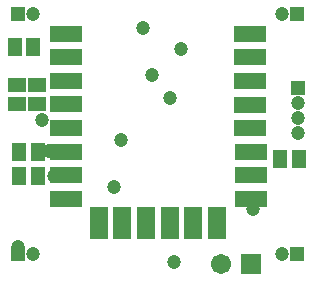
<source format=gts>
G04 Layer_Color=8388736*
%FSLAX44Y44*%
%MOMM*%
G71*
G01*
G75*
%ADD34R,1.2032X1.5032*%
%ADD35R,1.5032X1.2032*%
%ADD36R,2.7432X1.3462*%
%ADD37R,1.6002X2.7432*%
%ADD38C,1.2032*%
%ADD39R,1.2032X1.2032*%
%ADD40R,1.2032X1.2032*%
%ADD41C,1.7032*%
%ADD42R,1.7032X1.7032*%
D34*
X27000Y207000D02*
D03*
X11000D02*
D03*
X252000Y112000D02*
D03*
X236000D02*
D03*
X15000Y98000D02*
D03*
X31000D02*
D03*
X31000Y118000D02*
D03*
X15000D02*
D03*
D35*
X30000Y159000D02*
D03*
Y175000D02*
D03*
X13000Y175000D02*
D03*
Y159000D02*
D03*
D36*
X54608Y218044D02*
D03*
Y198232D02*
D03*
Y178166D02*
D03*
Y158354D02*
D03*
Y138034D02*
D03*
Y118222D02*
D03*
Y98410D02*
D03*
Y78344D02*
D03*
X210818Y78090D02*
D03*
Y98156D02*
D03*
Y117968D02*
D03*
X210564Y138034D02*
D03*
Y158100D02*
D03*
Y177912D02*
D03*
Y198232D02*
D03*
Y218044D02*
D03*
D37*
X82548Y57516D02*
D03*
X102360D02*
D03*
X122172D02*
D03*
X142492D02*
D03*
X162304D02*
D03*
X182624D02*
D03*
D38*
X237300Y235000D02*
D03*
Y32000D02*
D03*
X26700D02*
D03*
Y235000D02*
D03*
X251000Y133900D02*
D03*
Y146600D02*
D03*
Y159300D02*
D03*
X126983Y183280D02*
D03*
X151969Y205280D02*
D03*
X120000Y223000D02*
D03*
X143000Y164000D02*
D03*
X95000Y88000D02*
D03*
X40000Y119000D02*
D03*
X44000Y98000D02*
D03*
X101000Y128000D02*
D03*
X213000Y70000D02*
D03*
X14000Y38000D02*
D03*
X34000Y145000D02*
D03*
X146000Y25000D02*
D03*
D39*
X250000Y235000D02*
D03*
Y32000D02*
D03*
X14000D02*
D03*
Y235000D02*
D03*
D40*
X251000Y172000D02*
D03*
D41*
X185600Y23000D02*
D03*
D42*
X211000D02*
D03*
M02*

</source>
